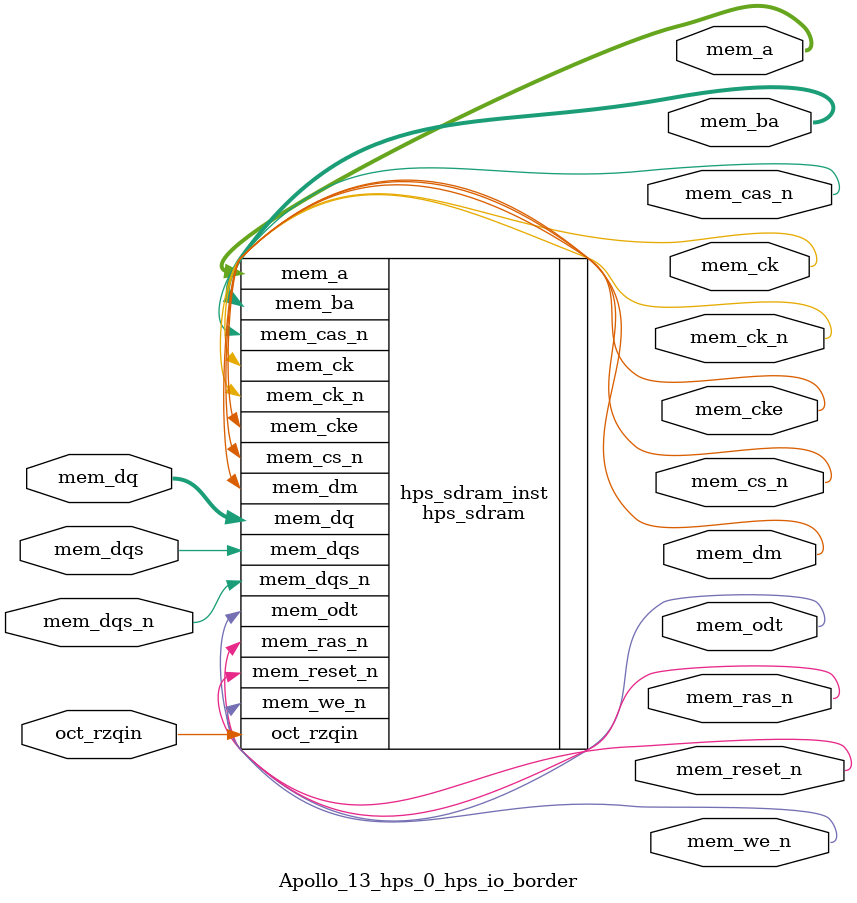
<source format=sv>


module Apollo_13_hps_0_hps_io_border(
// memory
  output wire [13 - 1 : 0 ] mem_a
 ,output wire [3 - 1 : 0 ] mem_ba
 ,output wire [1 - 1 : 0 ] mem_ck
 ,output wire [1 - 1 : 0 ] mem_ck_n
 ,output wire [1 - 1 : 0 ] mem_cke
 ,output wire [1 - 1 : 0 ] mem_cs_n
 ,output wire [1 - 1 : 0 ] mem_ras_n
 ,output wire [1 - 1 : 0 ] mem_cas_n
 ,output wire [1 - 1 : 0 ] mem_we_n
 ,output wire [1 - 1 : 0 ] mem_reset_n
 ,inout wire [8 - 1 : 0 ] mem_dq
 ,inout wire [1 - 1 : 0 ] mem_dqs
 ,inout wire [1 - 1 : 0 ] mem_dqs_n
 ,output wire [1 - 1 : 0 ] mem_odt
 ,output wire [1 - 1 : 0 ] mem_dm
 ,input wire [1 - 1 : 0 ] oct_rzqin
);


hps_sdram hps_sdram_inst(
 .mem_dq({
    mem_dq[7:0] // 7:0
  })
,.mem_odt({
    mem_odt[0:0] // 0:0
  })
,.mem_ras_n({
    mem_ras_n[0:0] // 0:0
  })
,.mem_dqs_n({
    mem_dqs_n[0:0] // 0:0
  })
,.mem_dqs({
    mem_dqs[0:0] // 0:0
  })
,.mem_dm({
    mem_dm[0:0] // 0:0
  })
,.mem_we_n({
    mem_we_n[0:0] // 0:0
  })
,.mem_cas_n({
    mem_cas_n[0:0] // 0:0
  })
,.mem_ba({
    mem_ba[2:0] // 2:0
  })
,.mem_a({
    mem_a[12:0] // 12:0
  })
,.mem_cs_n({
    mem_cs_n[0:0] // 0:0
  })
,.mem_ck({
    mem_ck[0:0] // 0:0
  })
,.mem_cke({
    mem_cke[0:0] // 0:0
  })
,.oct_rzqin({
    oct_rzqin[0:0] // 0:0
  })
,.mem_reset_n({
    mem_reset_n[0:0] // 0:0
  })
,.mem_ck_n({
    mem_ck_n[0:0] // 0:0
  })
);

endmodule


</source>
